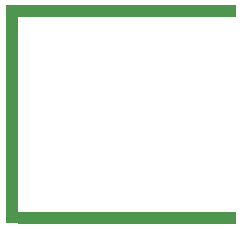
<source format=gtp>
G75*
G70*
%OFA0B0*%
%FSLAX24Y24*%
%IPPOS*%
%LPD*%
%AMOC8*
5,1,8,0,0,1.08239X$1,22.5*
%
%ADD10R,0.7283X0.0394*%
%ADD11R,0.0394X0.7283*%
D10*
X039217Y016563D03*
X039217Y023453D03*
D11*
X035378Y020008D03*
M02*

</source>
